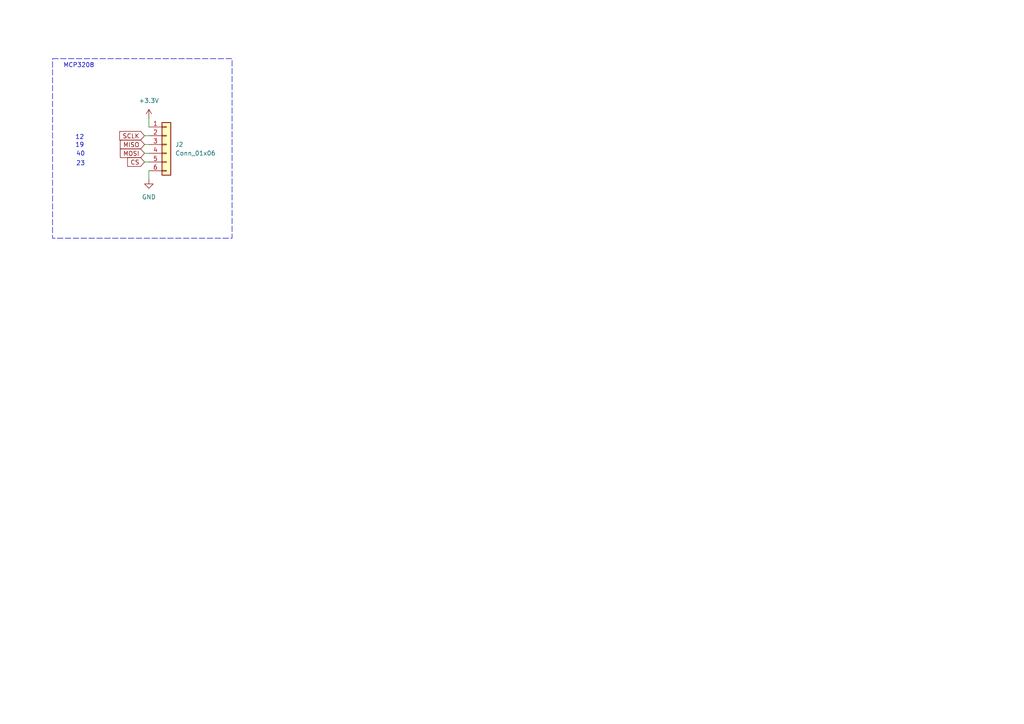
<source format=kicad_sch>
(kicad_sch
	(version 20250114)
	(generator "eeschema")
	(generator_version "9.0")
	(uuid "7eaf5b87-dcd2-4b4b-91e3-54cf5611bf89")
	(paper "A4")
	(title_block
		(title "Projet 6 KICAD MCP3208")
		(company "ENSEA")
	)
	(lib_symbols
		(symbol "Connector_Generic:Conn_01x06"
			(pin_names
				(offset 1.016)
				(hide yes)
			)
			(exclude_from_sim no)
			(in_bom yes)
			(on_board yes)
			(property "Reference" "J"
				(at 0 7.62 0)
				(effects
					(font
						(size 1.27 1.27)
					)
				)
			)
			(property "Value" "Conn_01x06"
				(at 0 -10.16 0)
				(effects
					(font
						(size 1.27 1.27)
					)
				)
			)
			(property "Footprint" ""
				(at 0 0 0)
				(effects
					(font
						(size 1.27 1.27)
					)
					(hide yes)
				)
			)
			(property "Datasheet" "~"
				(at 0 0 0)
				(effects
					(font
						(size 1.27 1.27)
					)
					(hide yes)
				)
			)
			(property "Description" "Generic connector, single row, 01x06, script generated (kicad-library-utils/schlib/autogen/connector/)"
				(at 0 0 0)
				(effects
					(font
						(size 1.27 1.27)
					)
					(hide yes)
				)
			)
			(property "ki_keywords" "connector"
				(at 0 0 0)
				(effects
					(font
						(size 1.27 1.27)
					)
					(hide yes)
				)
			)
			(property "ki_fp_filters" "Connector*:*_1x??_*"
				(at 0 0 0)
				(effects
					(font
						(size 1.27 1.27)
					)
					(hide yes)
				)
			)
			(symbol "Conn_01x06_1_1"
				(rectangle
					(start -1.27 6.35)
					(end 1.27 -8.89)
					(stroke
						(width 0.254)
						(type default)
					)
					(fill
						(type background)
					)
				)
				(rectangle
					(start -1.27 5.207)
					(end 0 4.953)
					(stroke
						(width 0.1524)
						(type default)
					)
					(fill
						(type none)
					)
				)
				(rectangle
					(start -1.27 2.667)
					(end 0 2.413)
					(stroke
						(width 0.1524)
						(type default)
					)
					(fill
						(type none)
					)
				)
				(rectangle
					(start -1.27 0.127)
					(end 0 -0.127)
					(stroke
						(width 0.1524)
						(type default)
					)
					(fill
						(type none)
					)
				)
				(rectangle
					(start -1.27 -2.413)
					(end 0 -2.667)
					(stroke
						(width 0.1524)
						(type default)
					)
					(fill
						(type none)
					)
				)
				(rectangle
					(start -1.27 -4.953)
					(end 0 -5.207)
					(stroke
						(width 0.1524)
						(type default)
					)
					(fill
						(type none)
					)
				)
				(rectangle
					(start -1.27 -7.493)
					(end 0 -7.747)
					(stroke
						(width 0.1524)
						(type default)
					)
					(fill
						(type none)
					)
				)
				(pin passive line
					(at -5.08 5.08 0)
					(length 3.81)
					(name "Pin_1"
						(effects
							(font
								(size 1.27 1.27)
							)
						)
					)
					(number "1"
						(effects
							(font
								(size 1.27 1.27)
							)
						)
					)
				)
				(pin passive line
					(at -5.08 2.54 0)
					(length 3.81)
					(name "Pin_2"
						(effects
							(font
								(size 1.27 1.27)
							)
						)
					)
					(number "2"
						(effects
							(font
								(size 1.27 1.27)
							)
						)
					)
				)
				(pin passive line
					(at -5.08 0 0)
					(length 3.81)
					(name "Pin_3"
						(effects
							(font
								(size 1.27 1.27)
							)
						)
					)
					(number "3"
						(effects
							(font
								(size 1.27 1.27)
							)
						)
					)
				)
				(pin passive line
					(at -5.08 -2.54 0)
					(length 3.81)
					(name "Pin_4"
						(effects
							(font
								(size 1.27 1.27)
							)
						)
					)
					(number "4"
						(effects
							(font
								(size 1.27 1.27)
							)
						)
					)
				)
				(pin passive line
					(at -5.08 -5.08 0)
					(length 3.81)
					(name "Pin_5"
						(effects
							(font
								(size 1.27 1.27)
							)
						)
					)
					(number "5"
						(effects
							(font
								(size 1.27 1.27)
							)
						)
					)
				)
				(pin passive line
					(at -5.08 -7.62 0)
					(length 3.81)
					(name "Pin_6"
						(effects
							(font
								(size 1.27 1.27)
							)
						)
					)
					(number "6"
						(effects
							(font
								(size 1.27 1.27)
							)
						)
					)
				)
			)
			(embedded_fonts no)
		)
		(symbol "power:+3.3V"
			(power)
			(pin_numbers
				(hide yes)
			)
			(pin_names
				(offset 0)
				(hide yes)
			)
			(exclude_from_sim no)
			(in_bom yes)
			(on_board yes)
			(property "Reference" "#PWR"
				(at 0 -3.81 0)
				(effects
					(font
						(size 1.27 1.27)
					)
					(hide yes)
				)
			)
			(property "Value" "+3.3V"
				(at 0 3.556 0)
				(effects
					(font
						(size 1.27 1.27)
					)
				)
			)
			(property "Footprint" ""
				(at 0 0 0)
				(effects
					(font
						(size 1.27 1.27)
					)
					(hide yes)
				)
			)
			(property "Datasheet" ""
				(at 0 0 0)
				(effects
					(font
						(size 1.27 1.27)
					)
					(hide yes)
				)
			)
			(property "Description" "Power symbol creates a global label with name \"+3.3V\""
				(at 0 0 0)
				(effects
					(font
						(size 1.27 1.27)
					)
					(hide yes)
				)
			)
			(property "ki_keywords" "global power"
				(at 0 0 0)
				(effects
					(font
						(size 1.27 1.27)
					)
					(hide yes)
				)
			)
			(symbol "+3.3V_0_1"
				(polyline
					(pts
						(xy -0.762 1.27) (xy 0 2.54)
					)
					(stroke
						(width 0)
						(type default)
					)
					(fill
						(type none)
					)
				)
				(polyline
					(pts
						(xy 0 2.54) (xy 0.762 1.27)
					)
					(stroke
						(width 0)
						(type default)
					)
					(fill
						(type none)
					)
				)
				(polyline
					(pts
						(xy 0 0) (xy 0 2.54)
					)
					(stroke
						(width 0)
						(type default)
					)
					(fill
						(type none)
					)
				)
			)
			(symbol "+3.3V_1_1"
				(pin power_in line
					(at 0 0 90)
					(length 0)
					(name "~"
						(effects
							(font
								(size 1.27 1.27)
							)
						)
					)
					(number "1"
						(effects
							(font
								(size 1.27 1.27)
							)
						)
					)
				)
			)
			(embedded_fonts no)
		)
		(symbol "power:GND"
			(power)
			(pin_numbers
				(hide yes)
			)
			(pin_names
				(offset 0)
				(hide yes)
			)
			(exclude_from_sim no)
			(in_bom yes)
			(on_board yes)
			(property "Reference" "#PWR"
				(at 0 -6.35 0)
				(effects
					(font
						(size 1.27 1.27)
					)
					(hide yes)
				)
			)
			(property "Value" "GND"
				(at 0 -3.81 0)
				(effects
					(font
						(size 1.27 1.27)
					)
				)
			)
			(property "Footprint" ""
				(at 0 0 0)
				(effects
					(font
						(size 1.27 1.27)
					)
					(hide yes)
				)
			)
			(property "Datasheet" ""
				(at 0 0 0)
				(effects
					(font
						(size 1.27 1.27)
					)
					(hide yes)
				)
			)
			(property "Description" "Power symbol creates a global label with name \"GND\" , ground"
				(at 0 0 0)
				(effects
					(font
						(size 1.27 1.27)
					)
					(hide yes)
				)
			)
			(property "ki_keywords" "global power"
				(at 0 0 0)
				(effects
					(font
						(size 1.27 1.27)
					)
					(hide yes)
				)
			)
			(symbol "GND_0_1"
				(polyline
					(pts
						(xy 0 0) (xy 0 -1.27) (xy 1.27 -1.27) (xy 0 -2.54) (xy -1.27 -1.27) (xy 0 -1.27)
					)
					(stroke
						(width 0)
						(type default)
					)
					(fill
						(type none)
					)
				)
			)
			(symbol "GND_1_1"
				(pin power_in line
					(at 0 0 270)
					(length 0)
					(name "~"
						(effects
							(font
								(size 1.27 1.27)
							)
						)
					)
					(number "1"
						(effects
							(font
								(size 1.27 1.27)
							)
						)
					)
				)
			)
			(embedded_fonts no)
		)
	)
	(rectangle
		(start 15.24 17.018)
		(end 67.31 69.088)
		(stroke
			(width 0)
			(type dash)
		)
		(fill
			(type none)
		)
		(uuid 566684d4-e6de-480f-b7f3-81cbb50a1c87)
	)
	(text "23"
		(exclude_from_sim no)
		(at 23.368 47.498 0)
		(effects
			(font
				(size 1.27 1.27)
			)
		)
		(uuid "125c10d5-93d3-4759-8591-d6518a668039")
	)
	(text "12\n"
		(exclude_from_sim no)
		(at 23.114 39.878 0)
		(effects
			(font
				(size 1.27 1.27)
			)
		)
		(uuid "267bfe7f-ffe8-49c0-a417-e8d4d4b23c21")
	)
	(text "19"
		(exclude_from_sim no)
		(at 23.114 42.164 0)
		(effects
			(font
				(size 1.27 1.27)
			)
		)
		(uuid "976058fe-1321-466e-aae7-a4fe84e234c0")
	)
	(text "40"
		(exclude_from_sim no)
		(at 23.368 44.704 0)
		(effects
			(font
				(size 1.27 1.27)
			)
		)
		(uuid "9f2fddb4-5f3f-4c0b-8fda-046274aba2d5")
	)
	(text "MCP3208"
		(exclude_from_sim no)
		(at 22.86 19.05 0)
		(effects
			(font
				(size 1.27 1.27)
			)
		)
		(uuid "f71cd309-5862-445f-b3bb-32ca64f2a071")
	)
	(wire
		(pts
			(xy 43.18 34.29) (xy 43.18 36.83)
		)
		(stroke
			(width 0)
			(type default)
		)
		(uuid "3cbe644a-7cf6-488e-a75a-5b401f8e83e4")
	)
	(wire
		(pts
			(xy 41.91 44.45) (xy 43.18 44.45)
		)
		(stroke
			(width 0)
			(type default)
		)
		(uuid "46ee79b5-a105-407a-b8b4-deb743bf9648")
	)
	(wire
		(pts
			(xy 41.91 46.99) (xy 43.18 46.99)
		)
		(stroke
			(width 0)
			(type default)
		)
		(uuid "55d65a54-f765-46a3-bfd7-3aed1d90b05c")
	)
	(wire
		(pts
			(xy 41.91 41.91) (xy 43.18 41.91)
		)
		(stroke
			(width 0)
			(type default)
		)
		(uuid "753d5723-5109-48bf-a136-972890a0e821")
	)
	(wire
		(pts
			(xy 43.18 49.53) (xy 43.18 52.07)
		)
		(stroke
			(width 0)
			(type default)
		)
		(uuid "93c3c0d4-c80a-4e54-8b6e-80eed65bfc15")
	)
	(wire
		(pts
			(xy 41.91 39.37) (xy 43.18 39.37)
		)
		(stroke
			(width 0)
			(type default)
		)
		(uuid "9ab3929c-6693-4553-8165-2f46019c5cc6")
	)
	(global_label "CS"
		(shape input)
		(at 41.91 46.99 180)
		(fields_autoplaced yes)
		(effects
			(font
				(size 1.27 1.27)
			)
			(justify right)
		)
		(uuid "3822ac6a-c337-4f58-afda-75c87847f384")
		(property "Intersheetrefs" "${INTERSHEET_REFS}"
			(at 36.4453 46.99 0)
			(effects
				(font
					(size 1.27 1.27)
				)
				(justify right)
				(hide yes)
			)
		)
	)
	(global_label "MISO"
		(shape input)
		(at 41.91 41.91 180)
		(fields_autoplaced yes)
		(effects
			(font
				(size 1.27 1.27)
			)
			(justify right)
		)
		(uuid "89a68ef8-f8f9-4baa-882b-7f3d95b42f83")
		(property "Intersheetrefs" "${INTERSHEET_REFS}"
			(at 34.3286 41.91 0)
			(effects
				(font
					(size 1.27 1.27)
				)
				(justify right)
				(hide yes)
			)
		)
	)
	(global_label "MOSI"
		(shape input)
		(at 41.91 44.45 180)
		(fields_autoplaced yes)
		(effects
			(font
				(size 1.27 1.27)
			)
			(justify right)
		)
		(uuid "b982d78f-bf9d-46ac-9ef1-19edd92fea26")
		(property "Intersheetrefs" "${INTERSHEET_REFS}"
			(at 34.3286 44.45 0)
			(effects
				(font
					(size 1.27 1.27)
				)
				(justify right)
				(hide yes)
			)
		)
	)
	(global_label "SCLK"
		(shape input)
		(at 41.91 39.37 180)
		(fields_autoplaced yes)
		(effects
			(font
				(size 1.27 1.27)
			)
			(justify right)
		)
		(uuid "bc9b85bf-fa53-4064-ba73-4563287971ae")
		(property "Intersheetrefs" "${INTERSHEET_REFS}"
			(at 34.1472 39.37 0)
			(effects
				(font
					(size 1.27 1.27)
				)
				(justify right)
				(hide yes)
			)
		)
	)
	(symbol
		(lib_id "Connector_Generic:Conn_01x06")
		(at 48.26 41.91 0)
		(unit 1)
		(exclude_from_sim no)
		(in_bom yes)
		(on_board yes)
		(dnp no)
		(fields_autoplaced yes)
		(uuid "5e063d2e-c8df-4d02-aab1-7c7c40cabb1e")
		(property "Reference" "J2"
			(at 50.8 41.9099 0)
			(effects
				(font
					(size 1.27 1.27)
				)
				(justify left)
			)
		)
		(property "Value" "Conn_01x06"
			(at 50.8 44.4499 0)
			(effects
				(font
					(size 1.27 1.27)
				)
				(justify left)
			)
		)
		(property "Footprint" ""
			(at 48.26 41.91 0)
			(effects
				(font
					(size 1.27 1.27)
				)
				(hide yes)
			)
		)
		(property "Datasheet" "~"
			(at 48.26 41.91 0)
			(effects
				(font
					(size 1.27 1.27)
				)
				(hide yes)
			)
		)
		(property "Description" "Generic connector, single row, 01x06, script generated (kicad-library-utils/schlib/autogen/connector/)"
			(at 48.26 41.91 0)
			(effects
				(font
					(size 1.27 1.27)
				)
				(hide yes)
			)
		)
		(pin "1"
			(uuid "8c23e1f3-4867-4a08-aa6f-3e1a4a6f8971")
		)
		(pin "2"
			(uuid "881b26f5-75e5-4a90-99e1-d4290ca4e811")
		)
		(pin "5"
			(uuid "841f18da-c1f0-4821-8451-830b345c1bc7")
		)
		(pin "6"
			(uuid "f0c3c484-6d25-4565-9cdf-520a406999c2")
		)
		(pin "4"
			(uuid "a730842c-2d94-433c-8313-43a8bb9837ed")
		)
		(pin "3"
			(uuid "86f8305e-8a64-4830-afdc-eb95d52030fb")
		)
		(instances
			(project "Projet 6 KICAD MCP3208"
				(path "/7eaf5b87-dcd2-4b4b-91e3-54cf5611bf89"
					(reference "J2")
					(unit 1)
				)
			)
		)
	)
	(symbol
		(lib_id "power:+3.3V")
		(at 43.18 34.29 0)
		(unit 1)
		(exclude_from_sim no)
		(in_bom yes)
		(on_board yes)
		(dnp no)
		(fields_autoplaced yes)
		(uuid "b1b9fba4-9c3e-46e2-ad84-f5cbde36aaf8")
		(property "Reference" "#PWR010"
			(at 43.18 38.1 0)
			(effects
				(font
					(size 1.27 1.27)
				)
				(hide yes)
			)
		)
		(property "Value" "+3.3V"
			(at 43.18 29.21 0)
			(effects
				(font
					(size 1.27 1.27)
				)
			)
		)
		(property "Footprint" ""
			(at 43.18 34.29 0)
			(effects
				(font
					(size 1.27 1.27)
				)
				(hide yes)
			)
		)
		(property "Datasheet" ""
			(at 43.18 34.29 0)
			(effects
				(font
					(size 1.27 1.27)
				)
				(hide yes)
			)
		)
		(property "Description" "Power symbol creates a global label with name \"+3.3V\""
			(at 43.18 34.29 0)
			(effects
				(font
					(size 1.27 1.27)
				)
				(hide yes)
			)
		)
		(pin "1"
			(uuid "1e3ca8fe-c336-473a-b9ab-4d61770baba4")
		)
		(instances
			(project "Projet 6 KICAD MCP3208"
				(path "/7eaf5b87-dcd2-4b4b-91e3-54cf5611bf89"
					(reference "#PWR010")
					(unit 1)
				)
			)
		)
	)
	(symbol
		(lib_id "power:GND")
		(at 43.18 52.07 0)
		(unit 1)
		(exclude_from_sim no)
		(in_bom yes)
		(on_board yes)
		(dnp no)
		(fields_autoplaced yes)
		(uuid "cc1f3ac3-9c10-43aa-9728-6111c1b6a5ec")
		(property "Reference" "#PWR09"
			(at 43.18 58.42 0)
			(effects
				(font
					(size 1.27 1.27)
				)
				(hide yes)
			)
		)
		(property "Value" "GND"
			(at 43.18 57.15 0)
			(effects
				(font
					(size 1.27 1.27)
				)
			)
		)
		(property "Footprint" ""
			(at 43.18 52.07 0)
			(effects
				(font
					(size 1.27 1.27)
				)
				(hide yes)
			)
		)
		(property "Datasheet" ""
			(at 43.18 52.07 0)
			(effects
				(font
					(size 1.27 1.27)
				)
				(hide yes)
			)
		)
		(property "Description" "Power symbol creates a global label with name \"GND\" , ground"
			(at 43.18 52.07 0)
			(effects
				(font
					(size 1.27 1.27)
				)
				(hide yes)
			)
		)
		(pin "1"
			(uuid "26f3a035-2c26-4478-9136-23f35cd16e67")
		)
		(instances
			(project "Projet 6 KICAD MCP3208"
				(path "/7eaf5b87-dcd2-4b4b-91e3-54cf5611bf89"
					(reference "#PWR09")
					(unit 1)
				)
			)
		)
	)
	(sheet_instances
		(path "/"
			(page "1")
		)
	)
	(embedded_fonts no)
)

</source>
